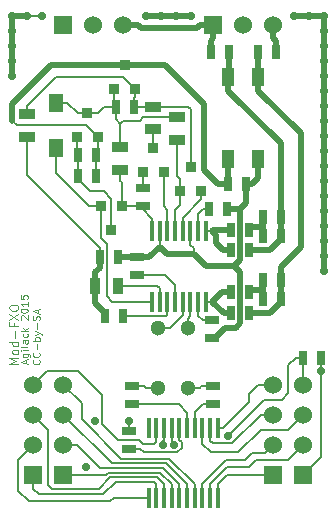
<source format=gtl>
G04 (created by PCBNEW (2013-mar-13)-stable) date Fri 09 Oct 2015 12:04:18 PM CEST*
%MOIN*%
G04 Gerber Fmt 3.4, Leading zero omitted, Abs format*
%FSLAX34Y34*%
G01*
G70*
G90*
G04 APERTURE LIST*
%ADD10C,0.005906*%
%ADD11C,0.004000*%
%ADD12R,0.025000X0.045000*%
%ADD13R,0.060000X0.060000*%
%ADD14C,0.060000*%
%ADD15R,0.039370X0.059055*%
%ADD16R,0.036000X0.036000*%
%ADD17R,0.045000X0.025000*%
%ADD18R,0.048031X0.060000*%
%ADD19R,0.012000X0.070100*%
%ADD20R,0.011800X0.070100*%
%ADD21R,0.055000X0.035000*%
%ADD22R,0.035000X0.055000*%
%ADD23C,0.051181*%
%ADD24C,0.028000*%
%ADD25C,0.020000*%
%ADD26C,0.008000*%
G04 APERTURE END LIST*
G54D10*
G54D11*
X39195Y-37159D02*
X39207Y-37171D01*
X39218Y-37205D01*
X39218Y-37228D01*
X39207Y-37262D01*
X39184Y-37285D01*
X39161Y-37297D01*
X39115Y-37308D01*
X39081Y-37308D01*
X39035Y-37297D01*
X39012Y-37285D01*
X38990Y-37262D01*
X38978Y-37228D01*
X38978Y-37205D01*
X38990Y-37171D01*
X39001Y-37159D01*
X39195Y-36919D02*
X39207Y-36931D01*
X39218Y-36965D01*
X39218Y-36988D01*
X39207Y-37022D01*
X39184Y-37045D01*
X39161Y-37057D01*
X39115Y-37068D01*
X39081Y-37068D01*
X39035Y-37057D01*
X39012Y-37045D01*
X38990Y-37022D01*
X38978Y-36988D01*
X38978Y-36965D01*
X38990Y-36931D01*
X39001Y-36919D01*
X39127Y-36817D02*
X39127Y-36634D01*
X39218Y-36519D02*
X38978Y-36519D01*
X39070Y-36519D02*
X39058Y-36497D01*
X39058Y-36451D01*
X39070Y-36428D01*
X39081Y-36417D01*
X39104Y-36405D01*
X39172Y-36405D01*
X39195Y-36417D01*
X39207Y-36428D01*
X39218Y-36451D01*
X39218Y-36497D01*
X39207Y-36519D01*
X39058Y-36325D02*
X39218Y-36268D01*
X39058Y-36211D02*
X39218Y-36268D01*
X39275Y-36291D01*
X39287Y-36302D01*
X39298Y-36325D01*
X39127Y-36119D02*
X39127Y-35937D01*
X39207Y-35834D02*
X39218Y-35799D01*
X39218Y-35742D01*
X39207Y-35719D01*
X39195Y-35708D01*
X39172Y-35697D01*
X39150Y-35697D01*
X39127Y-35708D01*
X39115Y-35719D01*
X39104Y-35742D01*
X39092Y-35788D01*
X39081Y-35811D01*
X39070Y-35822D01*
X39047Y-35834D01*
X39024Y-35834D01*
X39001Y-35822D01*
X38990Y-35811D01*
X38978Y-35788D01*
X38978Y-35731D01*
X38990Y-35697D01*
X39150Y-35605D02*
X39150Y-35491D01*
X39218Y-35628D02*
X38978Y-35548D01*
X39218Y-35468D01*
X38750Y-37282D02*
X38750Y-37168D01*
X38818Y-37305D02*
X38578Y-37225D01*
X38818Y-37145D01*
X38658Y-36962D02*
X38852Y-36962D01*
X38875Y-36974D01*
X38887Y-36985D01*
X38898Y-37008D01*
X38898Y-37042D01*
X38887Y-37065D01*
X38807Y-36962D02*
X38818Y-36985D01*
X38818Y-37031D01*
X38807Y-37054D01*
X38795Y-37065D01*
X38772Y-37077D01*
X38704Y-37077D01*
X38681Y-37065D01*
X38670Y-37054D01*
X38658Y-37031D01*
X38658Y-36985D01*
X38670Y-36962D01*
X38818Y-36848D02*
X38658Y-36848D01*
X38578Y-36848D02*
X38590Y-36859D01*
X38601Y-36848D01*
X38590Y-36837D01*
X38578Y-36848D01*
X38601Y-36848D01*
X38818Y-36699D02*
X38807Y-36722D01*
X38784Y-36734D01*
X38578Y-36734D01*
X38818Y-36505D02*
X38692Y-36505D01*
X38670Y-36517D01*
X38658Y-36539D01*
X38658Y-36585D01*
X38670Y-36608D01*
X38807Y-36505D02*
X38818Y-36528D01*
X38818Y-36585D01*
X38807Y-36608D01*
X38784Y-36619D01*
X38761Y-36619D01*
X38738Y-36608D01*
X38727Y-36585D01*
X38727Y-36528D01*
X38715Y-36505D01*
X38807Y-36288D02*
X38818Y-36311D01*
X38818Y-36357D01*
X38807Y-36379D01*
X38795Y-36391D01*
X38772Y-36402D01*
X38704Y-36402D01*
X38681Y-36391D01*
X38670Y-36379D01*
X38658Y-36357D01*
X38658Y-36311D01*
X38670Y-36288D01*
X38818Y-36185D02*
X38578Y-36185D01*
X38727Y-36162D02*
X38818Y-36094D01*
X38658Y-36094D02*
X38750Y-36185D01*
X38601Y-35819D02*
X38590Y-35808D01*
X38578Y-35785D01*
X38578Y-35728D01*
X38590Y-35705D01*
X38601Y-35694D01*
X38624Y-35682D01*
X38647Y-35682D01*
X38681Y-35694D01*
X38818Y-35831D01*
X38818Y-35682D01*
X38578Y-35534D02*
X38578Y-35511D01*
X38590Y-35488D01*
X38601Y-35477D01*
X38624Y-35465D01*
X38670Y-35454D01*
X38727Y-35454D01*
X38772Y-35465D01*
X38795Y-35477D01*
X38807Y-35488D01*
X38818Y-35511D01*
X38818Y-35534D01*
X38807Y-35557D01*
X38795Y-35568D01*
X38772Y-35579D01*
X38727Y-35591D01*
X38670Y-35591D01*
X38624Y-35579D01*
X38601Y-35568D01*
X38590Y-35557D01*
X38578Y-35534D01*
X38818Y-35225D02*
X38818Y-35362D01*
X38818Y-35294D02*
X38578Y-35294D01*
X38612Y-35317D01*
X38635Y-35340D01*
X38647Y-35362D01*
X38578Y-35008D02*
X38578Y-35122D01*
X38692Y-35134D01*
X38681Y-35122D01*
X38670Y-35100D01*
X38670Y-35042D01*
X38681Y-35020D01*
X38692Y-35008D01*
X38715Y-34997D01*
X38772Y-34997D01*
X38795Y-35008D01*
X38807Y-35020D01*
X38818Y-35042D01*
X38818Y-35100D01*
X38807Y-35122D01*
X38795Y-35134D01*
X38505Y-37305D02*
X38205Y-37305D01*
X38420Y-37205D01*
X38205Y-37105D01*
X38505Y-37105D01*
X38505Y-36920D02*
X38491Y-36948D01*
X38477Y-36962D01*
X38448Y-36977D01*
X38362Y-36977D01*
X38334Y-36962D01*
X38320Y-36948D01*
X38305Y-36920D01*
X38305Y-36877D01*
X38320Y-36848D01*
X38334Y-36834D01*
X38362Y-36820D01*
X38448Y-36820D01*
X38477Y-36834D01*
X38491Y-36848D01*
X38505Y-36877D01*
X38505Y-36920D01*
X38505Y-36562D02*
X38205Y-36562D01*
X38491Y-36562D02*
X38505Y-36591D01*
X38505Y-36648D01*
X38491Y-36677D01*
X38477Y-36691D01*
X38448Y-36705D01*
X38362Y-36705D01*
X38334Y-36691D01*
X38320Y-36677D01*
X38305Y-36648D01*
X38305Y-36591D01*
X38320Y-36562D01*
X38391Y-36419D02*
X38391Y-36191D01*
X38348Y-35948D02*
X38348Y-36048D01*
X38505Y-36048D02*
X38205Y-36048D01*
X38205Y-35905D01*
X38205Y-35819D02*
X38505Y-35619D01*
X38205Y-35619D02*
X38505Y-35819D01*
X38205Y-35448D02*
X38205Y-35391D01*
X38220Y-35362D01*
X38248Y-35334D01*
X38305Y-35319D01*
X38405Y-35319D01*
X38462Y-35334D01*
X38491Y-35362D01*
X38505Y-35391D01*
X38505Y-35448D01*
X38491Y-35477D01*
X38462Y-35505D01*
X38405Y-35519D01*
X38305Y-35519D01*
X38248Y-35505D01*
X38220Y-35477D01*
X38205Y-35448D01*
G54D12*
X45510Y-26900D03*
X44910Y-26900D03*
X46500Y-26900D03*
X47100Y-26900D03*
G54D13*
X45000Y-26000D03*
G54D14*
X46000Y-26000D03*
X47000Y-26000D03*
G54D13*
X40000Y-26000D03*
G54D14*
X41000Y-26000D03*
X42000Y-26000D03*
G54D15*
X46492Y-27735D03*
X45507Y-27735D03*
X45507Y-30464D03*
X46492Y-30464D03*
G54D12*
X46650Y-32400D03*
X47250Y-32400D03*
X46650Y-34500D03*
X47250Y-34500D03*
X45600Y-32850D03*
X46200Y-32850D03*
X45600Y-34900D03*
X46200Y-34900D03*
X45600Y-33500D03*
X46200Y-33500D03*
X45600Y-35600D03*
X46200Y-35600D03*
G54D16*
X43350Y-30900D03*
X42650Y-30900D03*
X43000Y-30100D03*
X44600Y-31550D03*
X43900Y-31550D03*
X44250Y-30750D03*
X42400Y-28150D03*
X41700Y-28150D03*
X42050Y-27350D03*
X41250Y-32050D03*
X41950Y-32050D03*
X41600Y-32850D03*
G54D12*
X46650Y-33050D03*
X47250Y-33050D03*
X46650Y-35150D03*
X47250Y-35150D03*
G54D17*
X44950Y-35850D03*
X44950Y-36450D03*
G54D12*
X44850Y-32150D03*
X45450Y-32150D03*
X41400Y-35700D03*
X42000Y-35700D03*
X41210Y-33750D03*
X41810Y-33750D03*
X40500Y-30350D03*
X41100Y-30350D03*
X45500Y-31300D03*
X46100Y-31300D03*
G54D18*
X39750Y-30114D03*
X39750Y-28585D03*
G54D16*
X41150Y-29750D03*
X40450Y-29750D03*
X40800Y-28950D03*
G54D17*
X42450Y-34350D03*
X42450Y-33750D03*
X42650Y-32050D03*
X42650Y-31450D03*
G54D12*
X42350Y-28750D03*
X41750Y-28750D03*
X41100Y-31050D03*
X40500Y-31050D03*
G54D19*
X43104Y-41769D03*
X43360Y-41769D03*
X43616Y-41769D03*
X43872Y-41769D03*
X44127Y-41769D03*
X44383Y-41769D03*
X44639Y-41769D03*
X44895Y-41769D03*
G54D20*
X44895Y-39431D03*
X44639Y-39431D03*
X44383Y-39431D03*
X44127Y-39431D03*
X43872Y-39431D03*
X43616Y-39431D03*
X43360Y-39431D03*
X43104Y-39431D03*
G54D19*
X42848Y-41770D03*
X45151Y-41770D03*
X45151Y-39431D03*
G54D20*
X42848Y-39431D03*
G54D21*
X38800Y-29725D03*
X38800Y-28975D03*
G54D22*
X41075Y-34700D03*
X41825Y-34700D03*
G54D21*
X41900Y-30075D03*
X41900Y-30825D03*
X43000Y-28725D03*
X43000Y-29475D03*
X43800Y-29825D03*
X43800Y-29075D03*
G54D17*
X42300Y-38650D03*
X42300Y-38050D03*
X45000Y-38650D03*
X45000Y-38050D03*
X42180Y-40140D03*
X42180Y-39540D03*
G54D13*
X48000Y-41000D03*
G54D14*
X48000Y-40000D03*
X48000Y-39000D03*
X48000Y-38000D03*
G54D13*
X47000Y-41000D03*
G54D14*
X47000Y-40000D03*
X47000Y-39000D03*
X47000Y-38000D03*
G54D13*
X39000Y-41000D03*
G54D14*
X39000Y-40000D03*
X39000Y-39000D03*
X39000Y-38000D03*
G54D13*
X40000Y-41000D03*
G54D14*
X40000Y-40000D03*
X40000Y-39000D03*
X40000Y-38000D03*
G54D12*
X48000Y-37100D03*
X48600Y-37100D03*
G54D20*
X42954Y-35219D03*
X43210Y-35219D03*
X43466Y-35219D03*
X43722Y-35219D03*
X43977Y-35219D03*
X44233Y-35219D03*
X44489Y-35219D03*
X44745Y-35219D03*
X44745Y-32881D03*
X44489Y-32881D03*
X44233Y-32881D03*
X43977Y-32881D03*
X43722Y-32881D03*
X43466Y-32881D03*
X43210Y-32881D03*
X42954Y-32881D03*
G54D23*
X43150Y-38100D03*
X43150Y-36100D03*
X44150Y-38100D03*
X44150Y-36100D03*
G54D24*
X48200Y-25700D03*
X47700Y-25700D03*
X48700Y-25700D03*
X48700Y-34200D03*
X48700Y-33700D03*
X48700Y-33200D03*
X48700Y-32700D03*
X48700Y-32200D03*
X48700Y-31700D03*
X48700Y-31200D03*
X48700Y-30700D03*
X48700Y-30200D03*
X48700Y-29700D03*
X48700Y-29200D03*
X48700Y-28700D03*
X48700Y-28200D03*
X48700Y-27700D03*
X48700Y-27200D03*
X48700Y-26700D03*
X48700Y-26200D03*
X45500Y-39690D03*
X43690Y-39990D03*
X48600Y-37540D03*
X43340Y-39990D03*
X41050Y-39200D03*
X40770Y-40720D03*
X42180Y-39200D03*
X39300Y-25700D03*
X38300Y-25700D03*
X38800Y-25700D03*
X38300Y-27700D03*
X38300Y-27200D03*
X38300Y-26700D03*
X38300Y-26200D03*
X44250Y-25700D03*
X42750Y-25700D03*
X43750Y-25700D03*
X43250Y-25700D03*
G54D25*
X47700Y-25700D02*
X48200Y-25700D01*
X48200Y-25700D02*
X48700Y-25700D01*
X48700Y-25700D02*
X48700Y-34200D01*
G54D26*
X48700Y-33200D02*
X48700Y-33700D01*
X48700Y-32200D02*
X48700Y-32700D01*
X48700Y-31200D02*
X48700Y-31700D01*
X48700Y-30200D02*
X48700Y-30700D01*
X48700Y-29200D02*
X48700Y-29700D01*
X48700Y-28200D02*
X48700Y-28700D01*
X48700Y-27200D02*
X48700Y-27700D01*
X48700Y-26200D02*
X48700Y-26700D01*
X46690Y-38500D02*
X47280Y-38500D01*
X46690Y-38500D02*
X45500Y-39690D01*
X43616Y-39431D02*
X43616Y-39916D01*
X43616Y-39916D02*
X43690Y-39990D01*
X47750Y-37100D02*
X48000Y-37100D01*
X47500Y-37350D02*
X47750Y-37100D01*
X47500Y-38280D02*
X47500Y-37350D01*
X47280Y-38500D02*
X47500Y-38280D01*
X48000Y-38000D02*
X48000Y-37100D01*
G54D25*
X38300Y-28650D02*
X38300Y-29200D01*
G54D26*
X38450Y-29350D02*
X40750Y-29350D01*
X38300Y-29200D02*
X38450Y-29350D01*
X41150Y-29750D02*
X40750Y-29350D01*
G54D25*
X39600Y-27350D02*
X38300Y-28650D01*
X39600Y-27350D02*
X42050Y-27350D01*
X45500Y-31300D02*
X45500Y-30472D01*
X45500Y-30472D02*
X45507Y-30464D01*
X42050Y-27350D02*
X43400Y-27350D01*
X43400Y-27350D02*
X44700Y-28650D01*
X44700Y-28650D02*
X44700Y-30850D01*
X44700Y-30850D02*
X45150Y-31300D01*
X45150Y-31300D02*
X45500Y-31300D01*
G54D26*
X41100Y-31050D02*
X41100Y-30350D01*
X41150Y-29750D02*
X41150Y-30300D01*
X41150Y-30300D02*
X41100Y-30350D01*
X48600Y-37540D02*
X48600Y-40400D01*
X48600Y-37100D02*
X48600Y-37540D01*
X48600Y-40400D02*
X48000Y-41000D01*
X43340Y-39870D02*
X43360Y-39849D01*
X43360Y-39431D02*
X43360Y-39849D01*
X43340Y-39990D02*
X43340Y-39870D01*
X42180Y-39540D02*
X42180Y-39200D01*
G54D25*
X45900Y-34250D02*
X45900Y-35950D01*
X45700Y-34050D02*
X45900Y-34250D01*
X45050Y-36450D02*
X44950Y-36450D01*
X45400Y-36100D02*
X45050Y-36450D01*
X45750Y-36100D02*
X45400Y-36100D01*
X45900Y-35950D02*
X45750Y-36100D01*
X41810Y-33750D02*
X42450Y-33750D01*
X42450Y-33750D02*
X42850Y-33750D01*
X43210Y-33390D02*
X43210Y-33390D01*
X42850Y-33750D02*
X43210Y-33390D01*
G54D26*
X44233Y-32881D02*
X44233Y-33333D01*
X44350Y-33450D02*
X44350Y-33650D01*
X44233Y-33333D02*
X44350Y-33450D01*
G54D25*
X43210Y-33390D02*
X43210Y-33390D01*
X43210Y-33390D02*
X43470Y-33650D01*
X45900Y-33850D02*
X45700Y-34050D01*
X45700Y-34050D02*
X44750Y-34050D01*
X45900Y-32150D02*
X45900Y-33850D01*
X44350Y-33650D02*
X44750Y-34050D01*
X43470Y-33650D02*
X44350Y-33650D01*
G54D26*
X43210Y-32881D02*
X43210Y-33390D01*
G54D25*
X46100Y-31300D02*
X46100Y-31950D01*
X45900Y-32150D02*
X45450Y-32150D01*
X46100Y-31950D02*
X45900Y-32150D01*
X46492Y-30464D02*
X46492Y-31107D01*
X46300Y-31300D02*
X46100Y-31300D01*
X46492Y-31107D02*
X46300Y-31300D01*
G54D26*
X45470Y-40740D02*
X46200Y-40740D01*
X46200Y-40740D02*
X46440Y-40500D01*
X44895Y-41314D02*
X45470Y-40740D01*
X44895Y-41769D02*
X44895Y-41314D01*
X47500Y-40500D02*
X48000Y-40000D01*
X46440Y-40500D02*
X47500Y-40500D01*
X44127Y-39431D02*
X44127Y-38927D01*
X43850Y-38650D02*
X42300Y-38650D01*
X44127Y-38927D02*
X43850Y-38650D01*
X43872Y-39431D02*
X43872Y-39822D01*
X42570Y-40140D02*
X42680Y-40250D01*
X42570Y-40140D02*
X42180Y-40140D01*
X43800Y-40250D02*
X42680Y-40250D01*
X43950Y-40100D02*
X43800Y-40250D01*
X43950Y-39900D02*
X43950Y-40100D01*
X43872Y-39822D02*
X43950Y-39900D01*
X43800Y-29825D02*
X43800Y-31050D01*
X43900Y-31150D02*
X43900Y-31550D01*
X43800Y-31050D02*
X43900Y-31150D01*
X43900Y-31550D02*
X43900Y-32000D01*
X43722Y-32177D02*
X43722Y-32881D01*
X43900Y-32000D02*
X43722Y-32177D01*
X44600Y-31550D02*
X44600Y-31800D01*
X43977Y-32422D02*
X43977Y-32881D01*
X44600Y-31800D02*
X43977Y-32422D01*
X41350Y-31550D02*
X40900Y-31550D01*
X41600Y-31800D02*
X41350Y-31550D01*
X41600Y-32850D02*
X41600Y-31800D01*
X40500Y-31150D02*
X40500Y-31050D01*
X40900Y-31550D02*
X40500Y-31150D01*
X40500Y-31050D02*
X40500Y-30350D01*
X40450Y-29750D02*
X40450Y-30300D01*
X40450Y-30300D02*
X40500Y-30350D01*
X44233Y-35219D02*
X44233Y-35706D01*
X44150Y-35790D02*
X44150Y-36100D01*
X44233Y-35706D02*
X44150Y-35790D01*
X43977Y-35219D02*
X43977Y-35672D01*
X43550Y-36100D02*
X43150Y-36100D01*
X43977Y-35672D02*
X43550Y-36100D01*
X44489Y-32881D02*
X44489Y-32310D01*
X44650Y-32150D02*
X44850Y-32150D01*
X44489Y-32310D02*
X44650Y-32150D01*
X42450Y-34350D02*
X43400Y-34350D01*
X43722Y-34672D02*
X43722Y-35219D01*
X43400Y-34350D02*
X43722Y-34672D01*
X44965Y-35220D02*
X44746Y-35220D01*
X44746Y-35220D02*
X44745Y-35219D01*
G54D25*
X45600Y-34900D02*
X45285Y-34900D01*
X45345Y-35600D02*
X44965Y-35220D01*
X45345Y-35600D02*
X45600Y-35600D01*
X45285Y-34900D02*
X44965Y-35220D01*
G54D26*
X43000Y-30100D02*
X43000Y-29475D01*
X43350Y-30900D02*
X43350Y-32050D01*
X43466Y-32166D02*
X43466Y-32881D01*
X43350Y-32050D02*
X43466Y-32166D01*
X42650Y-31450D02*
X42650Y-30900D01*
X41825Y-34700D02*
X43130Y-34700D01*
X43210Y-34780D02*
X43210Y-35219D01*
X43210Y-34780D02*
X43130Y-34700D01*
G54D25*
X45600Y-33500D02*
X45315Y-33500D01*
X45095Y-33010D02*
X44965Y-32880D01*
X45095Y-33280D02*
X45095Y-33010D01*
X45315Y-33500D02*
X45095Y-33280D01*
G54D26*
X44965Y-32880D02*
X44746Y-32880D01*
G54D25*
X44995Y-32850D02*
X44965Y-32880D01*
X45600Y-32850D02*
X44995Y-32850D01*
G54D26*
X44746Y-32880D02*
X44745Y-32881D01*
X44489Y-35219D02*
X44489Y-35689D01*
X44650Y-35850D02*
X44950Y-35850D01*
X44489Y-35689D02*
X44650Y-35850D01*
X44150Y-38100D02*
X44550Y-38100D01*
X44600Y-38050D02*
X45000Y-38050D01*
X44550Y-38100D02*
X44600Y-38050D01*
G54D25*
X47000Y-26000D02*
X47000Y-26420D01*
X47100Y-26520D02*
X47100Y-26900D01*
X47000Y-26420D02*
X47100Y-26520D01*
X46650Y-32725D02*
X46325Y-32725D01*
X46325Y-32725D02*
X46200Y-32850D01*
X46650Y-33050D02*
X46650Y-32725D01*
X46650Y-32725D02*
X46650Y-32400D01*
X45000Y-26000D02*
X44550Y-26000D01*
X42500Y-26000D02*
X42000Y-26000D01*
X42600Y-26100D02*
X42500Y-26000D01*
X44450Y-26100D02*
X42600Y-26100D01*
X44550Y-26000D02*
X44450Y-26100D01*
X45000Y-26000D02*
X45000Y-26435D01*
X44910Y-26525D02*
X44910Y-26900D01*
X45000Y-26435D02*
X44910Y-26525D01*
X46650Y-34825D02*
X46275Y-34825D01*
X46275Y-34825D02*
X46200Y-34900D01*
X46650Y-35150D02*
X46650Y-34825D01*
X46650Y-34825D02*
X46650Y-34500D01*
X45510Y-26900D02*
X45510Y-27733D01*
X45510Y-27733D02*
X45507Y-27735D01*
X47250Y-32400D02*
X47250Y-29940D01*
X45507Y-28197D02*
X45507Y-27735D01*
X47250Y-29940D02*
X45507Y-28197D01*
X47250Y-33050D02*
X47250Y-32400D01*
X46200Y-33500D02*
X46900Y-33500D01*
X47250Y-33150D02*
X47250Y-33050D01*
X46900Y-33500D02*
X47250Y-33150D01*
X46500Y-26900D02*
X46500Y-27727D01*
X46500Y-27727D02*
X46492Y-27735D01*
X47250Y-34500D02*
X47250Y-35150D01*
X46492Y-27735D02*
X46492Y-28192D01*
X47250Y-34055D02*
X47250Y-34500D01*
X47910Y-33395D02*
X47250Y-34055D01*
X47910Y-29610D02*
X47910Y-33395D01*
X46492Y-28192D02*
X47910Y-29610D01*
X46200Y-35600D02*
X46900Y-35600D01*
X46900Y-35600D02*
X47250Y-35250D01*
X47250Y-35250D02*
X47250Y-35150D01*
G54D26*
X41250Y-32050D02*
X41250Y-33100D01*
X41639Y-35219D02*
X41450Y-35030D01*
X41450Y-35030D02*
X41450Y-33300D01*
X41450Y-33300D02*
X41250Y-33100D01*
X41639Y-35219D02*
X42954Y-35219D01*
X41250Y-32050D02*
X40850Y-32050D01*
X39750Y-30950D02*
X39750Y-30114D01*
X40850Y-32050D02*
X39750Y-30950D01*
X42000Y-35700D02*
X43430Y-35700D01*
X43466Y-35663D02*
X43430Y-35700D01*
X43466Y-35663D02*
X43466Y-35219D01*
X41950Y-32050D02*
X41950Y-31250D01*
X41900Y-31200D02*
X41950Y-31250D01*
X41900Y-31200D02*
X41900Y-30825D01*
X42650Y-32050D02*
X41950Y-32050D01*
X42550Y-32050D02*
X42650Y-32050D01*
X42954Y-32881D02*
X42954Y-32454D01*
X42650Y-32150D02*
X42650Y-32050D01*
X42954Y-32454D02*
X42650Y-32150D01*
X40800Y-28950D02*
X40500Y-28950D01*
X40135Y-28585D02*
X39750Y-28585D01*
X40500Y-28950D02*
X40135Y-28585D01*
X42550Y-29200D02*
X42000Y-29200D01*
X42675Y-29075D02*
X42550Y-29200D01*
X43800Y-29075D02*
X42675Y-29075D01*
X42000Y-29200D02*
X41900Y-29300D01*
X41900Y-30075D02*
X41900Y-29300D01*
X41750Y-29150D02*
X41750Y-28750D01*
X41900Y-29300D02*
X41750Y-29150D01*
X41750Y-28750D02*
X41350Y-28750D01*
X41150Y-28950D02*
X40800Y-28950D01*
X41350Y-28750D02*
X41150Y-28950D01*
X41700Y-28150D02*
X41700Y-28700D01*
X41700Y-28700D02*
X41750Y-28750D01*
X42300Y-38050D02*
X42700Y-38050D01*
X42750Y-38100D02*
X43150Y-38100D01*
X42700Y-38050D02*
X42750Y-38100D01*
X38800Y-28975D02*
X38800Y-28700D01*
X42000Y-27750D02*
X42400Y-28150D01*
X39750Y-27750D02*
X42000Y-27750D01*
X38800Y-28700D02*
X39750Y-27750D01*
X42350Y-28750D02*
X42590Y-28750D01*
X42615Y-28725D02*
X43000Y-28725D01*
X42590Y-28750D02*
X42615Y-28725D01*
X42400Y-28150D02*
X42400Y-28400D01*
X42350Y-28450D02*
X42350Y-28750D01*
X42400Y-28400D02*
X42350Y-28450D01*
X44250Y-30750D02*
X44250Y-28800D01*
X44175Y-28725D02*
X43000Y-28725D01*
X44250Y-28800D02*
X44175Y-28725D01*
X38800Y-29725D02*
X38800Y-31010D01*
X41210Y-33420D02*
X41210Y-33750D01*
X38800Y-31010D02*
X41210Y-33420D01*
G54D25*
X41210Y-33750D02*
X41210Y-34100D01*
X41075Y-34235D02*
X41075Y-34700D01*
X41210Y-34100D02*
X41075Y-34235D01*
X41075Y-34700D02*
X41075Y-35275D01*
X41400Y-35600D02*
X41400Y-35700D01*
X41075Y-35275D02*
X41400Y-35600D01*
G54D26*
X44383Y-39431D02*
X44383Y-38916D01*
X44650Y-38650D02*
X45000Y-38650D01*
X44383Y-38916D02*
X44650Y-38650D01*
X41220Y-40770D02*
X40450Y-40000D01*
X43872Y-41312D02*
X43330Y-40770D01*
X43330Y-40770D02*
X41220Y-40770D01*
X40000Y-40000D02*
X40450Y-40000D01*
X43872Y-41312D02*
X43872Y-41769D01*
X40000Y-41000D02*
X41420Y-41000D01*
X41420Y-41000D02*
X41490Y-40930D01*
X43616Y-41769D02*
X43616Y-41316D01*
X43230Y-40930D02*
X41490Y-40930D01*
X43616Y-41316D02*
X43230Y-40930D01*
X44383Y-41769D02*
X44383Y-41313D01*
X40610Y-39130D02*
X40610Y-38610D01*
X40610Y-38610D02*
X40000Y-38000D01*
X41940Y-40460D02*
X40610Y-39130D01*
X43530Y-40460D02*
X41940Y-40460D01*
X44383Y-41313D02*
X43530Y-40460D01*
X44127Y-41769D02*
X44127Y-41317D01*
X41610Y-40610D02*
X40000Y-39000D01*
X43420Y-40610D02*
X41610Y-40610D01*
X44127Y-41317D02*
X43420Y-40610D01*
X45151Y-41770D02*
X45151Y-41318D01*
X45470Y-41000D02*
X47000Y-41000D01*
X45151Y-41318D02*
X45470Y-41000D01*
X45430Y-40500D02*
X46050Y-40500D01*
X46050Y-40500D02*
X46280Y-40270D01*
X44639Y-41769D02*
X44639Y-41290D01*
X46730Y-40270D02*
X47000Y-40000D01*
X46280Y-40270D02*
X46730Y-40270D01*
X44639Y-41290D02*
X45430Y-40500D01*
X45840Y-40250D02*
X46590Y-39500D01*
X44639Y-39959D02*
X44930Y-40250D01*
X44930Y-40250D02*
X45840Y-40250D01*
X48000Y-39000D02*
X47500Y-39500D01*
X46590Y-39500D02*
X47500Y-39500D01*
X44639Y-39959D02*
X44639Y-39431D01*
X41300Y-38350D02*
X41300Y-39300D01*
X42670Y-39980D02*
X42530Y-39840D01*
X42530Y-39840D02*
X41840Y-39840D01*
X41840Y-39840D02*
X41300Y-39300D01*
X43104Y-39431D02*
X43104Y-39885D01*
X39450Y-37550D02*
X39000Y-38000D01*
X40500Y-37550D02*
X39450Y-37550D01*
X41300Y-38350D02*
X40500Y-37550D01*
X43104Y-39885D02*
X43010Y-39980D01*
X43010Y-39980D02*
X42670Y-39980D01*
X43360Y-41769D02*
X43360Y-41310D01*
X43130Y-41080D02*
X41570Y-41080D01*
X43360Y-41310D02*
X43130Y-41080D01*
X39500Y-39500D02*
X39000Y-39000D01*
X39500Y-41330D02*
X39500Y-39500D01*
X39630Y-41460D02*
X39500Y-41330D01*
X41190Y-41460D02*
X39630Y-41460D01*
X41570Y-41080D02*
X41190Y-41460D01*
X42848Y-41770D02*
X41680Y-41770D01*
X39000Y-40000D02*
X38500Y-40500D01*
X41570Y-41880D02*
X41680Y-41770D01*
X38860Y-41880D02*
X41570Y-41880D01*
X38500Y-41520D02*
X38860Y-41880D01*
X38500Y-40500D02*
X38500Y-41520D01*
X43104Y-41769D02*
X43104Y-41314D01*
X39000Y-41460D02*
X39000Y-41000D01*
X39190Y-41650D02*
X39000Y-41460D01*
X41330Y-41650D02*
X39190Y-41650D01*
X41750Y-41230D02*
X41330Y-41650D01*
X43020Y-41230D02*
X41750Y-41230D01*
X43104Y-41314D02*
X43020Y-41230D01*
G54D25*
X42750Y-25700D02*
X44250Y-25700D01*
X38300Y-25700D02*
X38800Y-25700D01*
G54D26*
X38800Y-25700D02*
X39300Y-25700D01*
G54D25*
X38300Y-27700D02*
X38300Y-25700D01*
G54D26*
X38300Y-25700D02*
X38300Y-26200D01*
X38300Y-26700D02*
X38300Y-27200D01*
X42750Y-25700D02*
X43250Y-25700D01*
X43750Y-25700D02*
X44250Y-25700D01*
X45151Y-39431D02*
X45319Y-39431D01*
X46500Y-38000D02*
X47000Y-38000D01*
X46190Y-38310D02*
X46500Y-38000D01*
X46190Y-38560D02*
X46190Y-38310D01*
X45319Y-39431D02*
X46190Y-38560D01*
X47000Y-39000D02*
X46580Y-39000D01*
X44895Y-39865D02*
X44980Y-39950D01*
X44980Y-39950D02*
X45630Y-39950D01*
X44895Y-39865D02*
X44895Y-39431D01*
X46580Y-39000D02*
X45630Y-39950D01*
M02*

</source>
